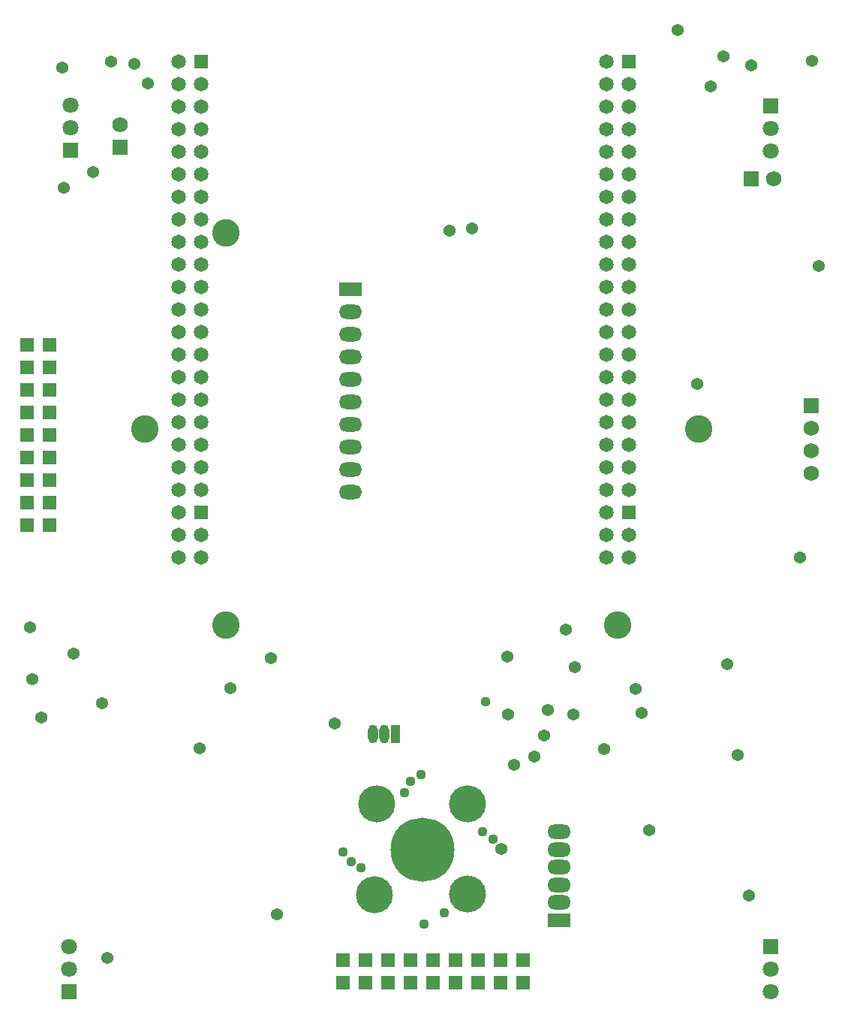
<source format=gbs>
%FSLAX25Y25*%
%MOIN*%
G70*
G01*
G75*
G04 Layer_Color=16711935*
%ADD10R,0.03740X0.03937*%
%ADD11P,0.04454X4X90.0*%
G04:AMPARAMS|DCode=12|XSize=37.4mil|YSize=39.37mil|CornerRadius=0mil|HoleSize=0mil|Usage=FLASHONLY|Rotation=315.000|XOffset=0mil|YOffset=0mil|HoleType=Round|Shape=Rectangle|*
%AMROTATEDRECTD12*
4,1,4,-0.02714,-0.00070,0.00070,0.02714,0.02714,0.00070,-0.00070,-0.02714,-0.02714,-0.00070,0.0*
%
%ADD12ROTATEDRECTD12*%

%ADD13R,0.04200X0.02500*%
G04:AMPARAMS|DCode=14|XSize=106.3mil|YSize=62.99mil|CornerRadius=0mil|HoleSize=0mil|Usage=FLASHONLY|Rotation=225.000|XOffset=0mil|YOffset=0mil|HoleType=Round|Shape=Rectangle|*
%AMROTATEDRECTD14*
4,1,4,0.01531,0.05985,0.05985,0.01531,-0.01531,-0.05985,-0.05985,-0.01531,0.01531,0.05985,0.0*
%
%ADD14ROTATEDRECTD14*%

G04:AMPARAMS|DCode=15|XSize=106.3mil|YSize=62.99mil|CornerRadius=0mil|HoleSize=0mil|Usage=FLASHONLY|Rotation=315.000|XOffset=0mil|YOffset=0mil|HoleType=Round|Shape=Rectangle|*
%AMROTATEDRECTD15*
4,1,4,-0.05985,0.01531,-0.01531,0.05985,0.05985,-0.01531,0.01531,-0.05985,-0.05985,0.01531,0.0*
%
%ADD15ROTATEDRECTD15*%

G04:AMPARAMS|DCode=16|XSize=15.75mil|YSize=33.47mil|CornerRadius=0mil|HoleSize=0mil|Usage=FLASHONLY|Rotation=135.000|XOffset=0mil|YOffset=0mil|HoleType=Round|Shape=Rectangle|*
%AMROTATEDRECTD16*
4,1,4,0.01740,0.00626,-0.00626,-0.01740,-0.01740,-0.00626,0.00626,0.01740,0.01740,0.00626,0.0*
%
%ADD16ROTATEDRECTD16*%

G04:AMPARAMS|DCode=17|XSize=15.75mil|YSize=33.47mil|CornerRadius=0mil|HoleSize=0mil|Usage=FLASHONLY|Rotation=225.000|XOffset=0mil|YOffset=0mil|HoleType=Round|Shape=Rectangle|*
%AMROTATEDRECTD17*
4,1,4,-0.00626,0.01740,0.01740,-0.00626,0.00626,-0.01740,-0.01740,0.00626,-0.00626,0.01740,0.0*
%
%ADD17ROTATEDRECTD17*%

%ADD18R,0.04331X0.02559*%
%ADD19R,0.03150X0.03150*%
%ADD20O,0.03937X0.09843*%
%ADD21O,0.09843X0.03937*%
%ADD22R,0.03937X0.09843*%
%ADD23R,0.03150X0.03150*%
%ADD24R,0.03937X0.03740*%
%ADD25R,0.03602X0.04803*%
%ADD26R,0.15000X0.11000*%
%ADD27R,0.01024X0.00630*%
%ADD28R,0.01024X0.02008*%
%ADD29C,0.02000*%
%ADD30C,0.01500*%
%ADD31C,0.07500*%
%ADD32C,0.04000*%
%ADD33C,0.03000*%
%ADD34C,0.02500*%
%ADD35C,0.05000*%
%ADD36C,0.01000*%
%ADD37C,0.10000*%
%ADD38C,0.11800*%
%ADD39R,0.06496X0.06496*%
%ADD40C,0.06496*%
%ADD41O,0.10000X0.06000*%
%ADD42R,0.10000X0.06000*%
%ADD43R,0.06693X0.06693*%
%ADD44C,0.06693*%
%ADD45R,0.06496X0.06496*%
%ADD46C,0.28000*%
%ADD47R,0.04000X0.07874*%
%ADD48O,0.04000X0.07874*%
%ADD49O,0.03937X0.07874*%
%ADD50O,0.09843X0.06000*%
%ADD51R,0.09843X0.06000*%
%ADD52C,0.16000*%
%ADD53R,0.06000X0.06000*%
%ADD54R,0.06000X0.06000*%
%ADD55C,0.04000*%
%ADD56C,0.05000*%
%ADD57C,0.11000*%
%ADD58C,0.08000*%
G04:AMPARAMS|DCode=59|XSize=100mil|YSize=100mil|CornerRadius=0mil|HoleSize=0mil|Usage=FLASHONLY|Rotation=0.000|XOffset=0mil|YOffset=0mil|HoleType=Round|Shape=Relief|Width=10mil|Gap=10mil|Entries=4|*
%AMTHD59*
7,0,0,0.10000,0.08000,0.01000,45*
%
%ADD59THD59*%
%ADD60C,0.07803*%
G04:AMPARAMS|DCode=61|XSize=98.031mil|YSize=98.031mil|CornerRadius=0mil|HoleSize=0mil|Usage=FLASHONLY|Rotation=0.000|XOffset=0mil|YOffset=0mil|HoleType=Round|Shape=Relief|Width=10mil|Gap=10mil|Entries=4|*
%AMTHD61*
7,0,0,0.09803,0.07803,0.01000,45*
%
%ADD61THD61*%
%ADD62C,0.08567*%
G04:AMPARAMS|DCode=63|XSize=105.669mil|YSize=105.669mil|CornerRadius=0mil|HoleSize=0mil|Usage=FLASHONLY|Rotation=0.000|XOffset=0mil|YOffset=0mil|HoleType=Round|Shape=Relief|Width=10mil|Gap=10mil|Entries=4|*
%AMTHD63*
7,0,0,0.10567,0.08567,0.01000,45*
%
%ADD63THD63*%
%ADD64C,0.07937*%
%ADD65C,0.09080*%
G04:AMPARAMS|DCode=66|XSize=85mil|YSize=85mil|CornerRadius=0mil|HoleSize=0mil|Usage=FLASHONLY|Rotation=0.000|XOffset=0mil|YOffset=0mil|HoleType=Round|Shape=Relief|Width=10mil|Gap=10mil|Entries=4|*
%AMTHD66*
7,0,0,0.08500,0.06500,0.01000,45*
%
%ADD66THD66*%
%ADD67C,0.06500*%
%ADD68C,0.07800*%
G04:AMPARAMS|DCode=69|XSize=98mil|YSize=98mil|CornerRadius=0mil|HoleSize=0mil|Usage=FLASHONLY|Rotation=0.000|XOffset=0mil|YOffset=0mil|HoleType=Round|Shape=Relief|Width=10mil|Gap=10mil|Entries=4|*
%AMTHD69*
7,0,0,0.09800,0.07800,0.01000,45*
%
%ADD69THD69*%
G04:AMPARAMS|DCode=70|XSize=99.37mil|YSize=99.37mil|CornerRadius=0mil|HoleSize=0mil|Usage=FLASHONLY|Rotation=0.000|XOffset=0mil|YOffset=0mil|HoleType=Round|Shape=Relief|Width=10mil|Gap=10mil|Entries=4|*
%AMTHD70*
7,0,0,0.09937,0.07937,0.01000,45*
%
%ADD70THD70*%
G04:AMPARAMS|DCode=71|XSize=75mil|YSize=75mil|CornerRadius=0mil|HoleSize=0mil|Usage=FLASHONLY|Rotation=0.000|XOffset=0mil|YOffset=0mil|HoleType=Round|Shape=Relief|Width=10mil|Gap=10mil|Entries=4|*
%AMTHD71*
7,0,0,0.07500,0.05500,0.01000,45*
%
%ADD71THD71*%
%ADD72C,0.05500*%
%ADD73C,0.06800*%
G04:AMPARAMS|DCode=74|XSize=88mil|YSize=88mil|CornerRadius=0mil|HoleSize=0mil|Usage=FLASHONLY|Rotation=0.000|XOffset=0mil|YOffset=0mil|HoleType=Round|Shape=Relief|Width=10mil|Gap=10mil|Entries=4|*
%AMTHD74*
7,0,0,0.08800,0.06800,0.01000,45*
%
%ADD74THD74*%
%ADD75C,0.00984*%
%ADD76C,0.01181*%
%ADD77C,0.00787*%
%ADD78C,0.00700*%
%ADD79C,0.00800*%
G04:AMPARAMS|DCode=80|XSize=19.69mil|YSize=62.99mil|CornerRadius=0mil|HoleSize=0mil|Usage=FLASHONLY|Rotation=45.000|XOffset=0mil|YOffset=0mil|HoleType=Round|Shape=Rectangle|*
%AMROTATEDRECTD80*
4,1,4,0.01531,-0.02923,-0.02923,0.01531,-0.01531,0.02923,0.02923,-0.01531,0.01531,-0.02923,0.0*
%
%ADD80ROTATEDRECTD80*%

%ADD81R,0.01000X0.11000*%
%ADD82R,0.10350X0.01000*%
%ADD83R,0.03000X0.01500*%
%ADD84R,0.01500X0.03000*%
%ADD85R,0.01968X0.06299*%
%ADD86R,0.06299X0.01969*%
%ADD87R,0.02000X0.09200*%
%ADD88R,0.24700X0.02000*%
%ADD89R,0.01969X0.06299*%
%ADD90R,0.06299X0.01968*%
%ADD91R,0.04140X0.04337*%
%ADD92P,0.05020X4X90.0*%
G04:AMPARAMS|DCode=93|XSize=41.4mil|YSize=43.37mil|CornerRadius=0mil|HoleSize=0mil|Usage=FLASHONLY|Rotation=315.000|XOffset=0mil|YOffset=0mil|HoleType=Round|Shape=Rectangle|*
%AMROTATEDRECTD93*
4,1,4,-0.02997,-0.00070,0.00070,0.02997,0.02997,0.00070,-0.00070,-0.02997,-0.02997,-0.00070,0.0*
%
%ADD93ROTATEDRECTD93*%

%ADD94R,0.04600X0.02900*%
G04:AMPARAMS|DCode=95|XSize=110.3mil|YSize=66.99mil|CornerRadius=0mil|HoleSize=0mil|Usage=FLASHONLY|Rotation=225.000|XOffset=0mil|YOffset=0mil|HoleType=Round|Shape=Rectangle|*
%AMROTATEDRECTD95*
4,1,4,0.01531,0.06268,0.06268,0.01531,-0.01531,-0.06268,-0.06268,-0.01531,0.01531,0.06268,0.0*
%
%ADD95ROTATEDRECTD95*%

G04:AMPARAMS|DCode=96|XSize=110.3mil|YSize=66.99mil|CornerRadius=0mil|HoleSize=0mil|Usage=FLASHONLY|Rotation=315.000|XOffset=0mil|YOffset=0mil|HoleType=Round|Shape=Rectangle|*
%AMROTATEDRECTD96*
4,1,4,-0.06268,0.01531,-0.01531,0.06268,0.06268,-0.01531,0.01531,-0.06268,-0.06268,0.01531,0.0*
%
%ADD96ROTATEDRECTD96*%

G04:AMPARAMS|DCode=97|XSize=19.75mil|YSize=37.47mil|CornerRadius=0mil|HoleSize=0mil|Usage=FLASHONLY|Rotation=135.000|XOffset=0mil|YOffset=0mil|HoleType=Round|Shape=Rectangle|*
%AMROTATEDRECTD97*
4,1,4,0.02023,0.00626,-0.00626,-0.02023,-0.02023,-0.00626,0.00626,0.02023,0.02023,0.00626,0.0*
%
%ADD97ROTATEDRECTD97*%

G04:AMPARAMS|DCode=98|XSize=19.75mil|YSize=37.47mil|CornerRadius=0mil|HoleSize=0mil|Usage=FLASHONLY|Rotation=225.000|XOffset=0mil|YOffset=0mil|HoleType=Round|Shape=Rectangle|*
%AMROTATEDRECTD98*
4,1,4,-0.00626,0.02023,0.02023,-0.00626,0.00626,-0.02023,-0.02023,0.00626,-0.00626,0.02023,0.0*
%
%ADD98ROTATEDRECTD98*%

%ADD99R,0.04731X0.02959*%
%ADD100R,0.03550X0.03550*%
%ADD101O,0.04337X0.10243*%
%ADD102O,0.10243X0.04337*%
%ADD103R,0.04337X0.10243*%
%ADD104R,0.03550X0.03550*%
%ADD105R,0.04337X0.04140*%
%ADD106R,0.04002X0.05203*%
%ADD107R,0.15400X0.11400*%
%ADD108R,0.01424X0.01030*%
%ADD109R,0.01424X0.02408*%
%ADD110C,0.12200*%
%ADD111O,0.10400X0.06400*%
%ADD112R,0.10400X0.06400*%
%ADD113R,0.07093X0.07093*%
%ADD114C,0.07093*%
%ADD115R,0.06896X0.06896*%
%ADD116C,0.06896*%
%ADD117R,0.06896X0.06896*%
%ADD118C,0.28400*%
%ADD119R,0.04400X0.08274*%
%ADD120O,0.04400X0.08274*%
%ADD121O,0.04337X0.08274*%
%ADD122O,0.10243X0.06400*%
%ADD123R,0.10243X0.06400*%
%ADD124C,0.16400*%
%ADD125R,0.06400X0.06400*%
%ADD126R,0.06400X0.06400*%
%ADD127C,0.04400*%
%ADD128C,0.05400*%
D39*
X280000Y-225000D02*
D03*
Y-25000D02*
D03*
X90000Y-225000D02*
D03*
Y-25000D02*
D03*
D40*
X270000Y-225000D02*
D03*
X280000Y-235000D02*
D03*
X270000D02*
D03*
X280000Y-245000D02*
D03*
X270000D02*
D03*
Y-215000D02*
D03*
X280000D02*
D03*
X270000Y-205000D02*
D03*
X280000D02*
D03*
X270000Y-195000D02*
D03*
X280000D02*
D03*
X270000Y-185000D02*
D03*
X280000D02*
D03*
X270000Y-175000D02*
D03*
X280000D02*
D03*
X270000Y-165000D02*
D03*
X280000D02*
D03*
X270000Y-155000D02*
D03*
X280000D02*
D03*
X270000Y-145000D02*
D03*
X280000D02*
D03*
X270000Y-135000D02*
D03*
X280000D02*
D03*
X270000Y-125000D02*
D03*
X280000D02*
D03*
X270000Y-85000D02*
D03*
X280000D02*
D03*
X270000Y-75000D02*
D03*
X280000D02*
D03*
X270000Y-65000D02*
D03*
X280000D02*
D03*
X270000Y-55000D02*
D03*
X280000D02*
D03*
X270000Y-45000D02*
D03*
X280000D02*
D03*
X270000Y-35000D02*
D03*
X280000D02*
D03*
X270000Y-25000D02*
D03*
X280000Y-95000D02*
D03*
X270000D02*
D03*
X280000Y-105000D02*
D03*
X270000D02*
D03*
X280000Y-115000D02*
D03*
X270000D02*
D03*
X80000Y-225000D02*
D03*
X90000Y-235000D02*
D03*
X80000D02*
D03*
X90000Y-245000D02*
D03*
X80000D02*
D03*
Y-215000D02*
D03*
X90000D02*
D03*
X80000Y-205000D02*
D03*
X90000D02*
D03*
X80000Y-195000D02*
D03*
X90000D02*
D03*
X80000Y-185000D02*
D03*
X90000D02*
D03*
X80000Y-175000D02*
D03*
X90000D02*
D03*
X80000Y-165000D02*
D03*
X90000D02*
D03*
X80000Y-155000D02*
D03*
X90000D02*
D03*
X80000Y-145000D02*
D03*
X90000D02*
D03*
X80000Y-135000D02*
D03*
X90000D02*
D03*
X80000Y-125000D02*
D03*
X90000D02*
D03*
X80000Y-85000D02*
D03*
X90000D02*
D03*
X80000Y-75000D02*
D03*
X90000D02*
D03*
X80000Y-65000D02*
D03*
X90000D02*
D03*
X80000Y-55000D02*
D03*
X90000D02*
D03*
X80000Y-45000D02*
D03*
X90000D02*
D03*
X80000Y-35000D02*
D03*
X90000D02*
D03*
X80000Y-25000D02*
D03*
X90000Y-95000D02*
D03*
X80000D02*
D03*
X90000Y-105000D02*
D03*
X80000D02*
D03*
X90000Y-115000D02*
D03*
X80000D02*
D03*
D110*
X275000Y-275000D02*
D03*
X311000Y-188000D02*
D03*
X101000Y-101000D02*
D03*
X65000Y-188000D02*
D03*
X101000Y-275000D02*
D03*
D111*
X249186Y-366531D02*
D03*
Y-374405D02*
D03*
Y-382279D02*
D03*
Y-390153D02*
D03*
Y-398027D02*
D03*
D112*
Y-405901D02*
D03*
D113*
X343000Y-44500D02*
D03*
Y-417500D02*
D03*
X31500Y-437500D02*
D03*
X32104Y-64319D02*
D03*
D114*
X343000Y-54500D02*
D03*
Y-64500D02*
D03*
Y-427500D02*
D03*
Y-437500D02*
D03*
X31500Y-427500D02*
D03*
Y-417500D02*
D03*
X32104Y-54318D02*
D03*
Y-44319D02*
D03*
D115*
X54000Y-63000D02*
D03*
X361000Y-177500D02*
D03*
D116*
X54000Y-53000D02*
D03*
X344268Y-76972D02*
D03*
X361000Y-187500D02*
D03*
Y-197500D02*
D03*
Y-207500D02*
D03*
D117*
X334268Y-76972D02*
D03*
D118*
X188500Y-374500D02*
D03*
D119*
X176321Y-323241D02*
D03*
D120*
X171320D02*
D03*
D121*
X166321D02*
D03*
D122*
X156299Y-215831D02*
D03*
Y-205831D02*
D03*
Y-195831D02*
D03*
Y-185831D02*
D03*
Y-175831D02*
D03*
Y-165831D02*
D03*
Y-155831D02*
D03*
Y-145831D02*
D03*
Y-135831D02*
D03*
D123*
Y-125831D02*
D03*
D124*
X168008Y-354287D02*
D03*
X208475Y-394367D02*
D03*
Y-354287D02*
D03*
X167233Y-394625D02*
D03*
D125*
X12889Y-230428D02*
D03*
X22889D02*
D03*
X12889Y-220428D02*
D03*
X22889D02*
D03*
X12889Y-210428D02*
D03*
X22889D02*
D03*
X12889Y-200428D02*
D03*
X22889D02*
D03*
X12889Y-190428D02*
D03*
X22889D02*
D03*
X12889Y-180428D02*
D03*
X22889D02*
D03*
X12889Y-170428D02*
D03*
X22889D02*
D03*
X12889Y-160428D02*
D03*
X22889D02*
D03*
X12889Y-150428D02*
D03*
X22889D02*
D03*
D126*
X233038Y-433565D02*
D03*
Y-423565D02*
D03*
X223038Y-433565D02*
D03*
Y-423565D02*
D03*
X213038Y-433565D02*
D03*
Y-423565D02*
D03*
X203038Y-433565D02*
D03*
Y-423565D02*
D03*
X193038Y-433565D02*
D03*
Y-423565D02*
D03*
X183038Y-433565D02*
D03*
Y-423565D02*
D03*
X173038Y-433565D02*
D03*
Y-423565D02*
D03*
X163038Y-433565D02*
D03*
Y-423565D02*
D03*
X153038Y-433565D02*
D03*
Y-423565D02*
D03*
D127*
X156831Y-379741D02*
D03*
X198000Y-402500D02*
D03*
X161102Y-382446D02*
D03*
X189189Y-407523D02*
D03*
X180488Y-349220D02*
D03*
X183099Y-344067D02*
D03*
X215159Y-366535D02*
D03*
X153198Y-375418D02*
D03*
X187765Y-341110D02*
D03*
X216500Y-309000D02*
D03*
X219635Y-369746D02*
D03*
D128*
X323882Y-292275D02*
D03*
X301872Y-10999D02*
D03*
X333494Y-394737D02*
D03*
X123750Y-403085D02*
D03*
X238230Y-333281D02*
D03*
X269095Y-329951D02*
D03*
X223280Y-374125D02*
D03*
X226500Y-314500D02*
D03*
X255500D02*
D03*
X285821Y-313875D02*
D03*
X244146Y-312404D02*
D03*
X149452Y-318606D02*
D03*
X283221Y-303128D02*
D03*
X121000Y-289500D02*
D03*
X289000Y-366000D02*
D03*
X48500Y-422500D02*
D03*
X226000Y-289000D02*
D03*
X252000Y-277000D02*
D03*
X328500Y-332500D02*
D03*
X356000Y-245000D02*
D03*
X364500Y-115500D02*
D03*
X310500Y-168000D02*
D03*
X322000Y-22500D02*
D03*
X334500Y-26500D02*
D03*
X361500Y-24500D02*
D03*
X50000Y-25000D02*
D03*
X28500Y-27500D02*
D03*
X66500Y-34500D02*
D03*
X60500Y-26000D02*
D03*
X316500Y-36000D02*
D03*
X210500Y-99000D02*
D03*
X200500Y-100000D02*
D03*
X46000Y-309500D02*
D03*
X19000Y-316000D02*
D03*
X15000Y-299000D02*
D03*
X89500Y-329500D02*
D03*
X14000Y-276000D02*
D03*
X33500Y-287500D02*
D03*
X103000Y-303000D02*
D03*
X29000Y-81000D02*
D03*
X42000Y-74000D02*
D03*
X229000Y-337000D02*
D03*
X256000Y-293500D02*
D03*
X242500Y-324000D02*
D03*
M02*

</source>
